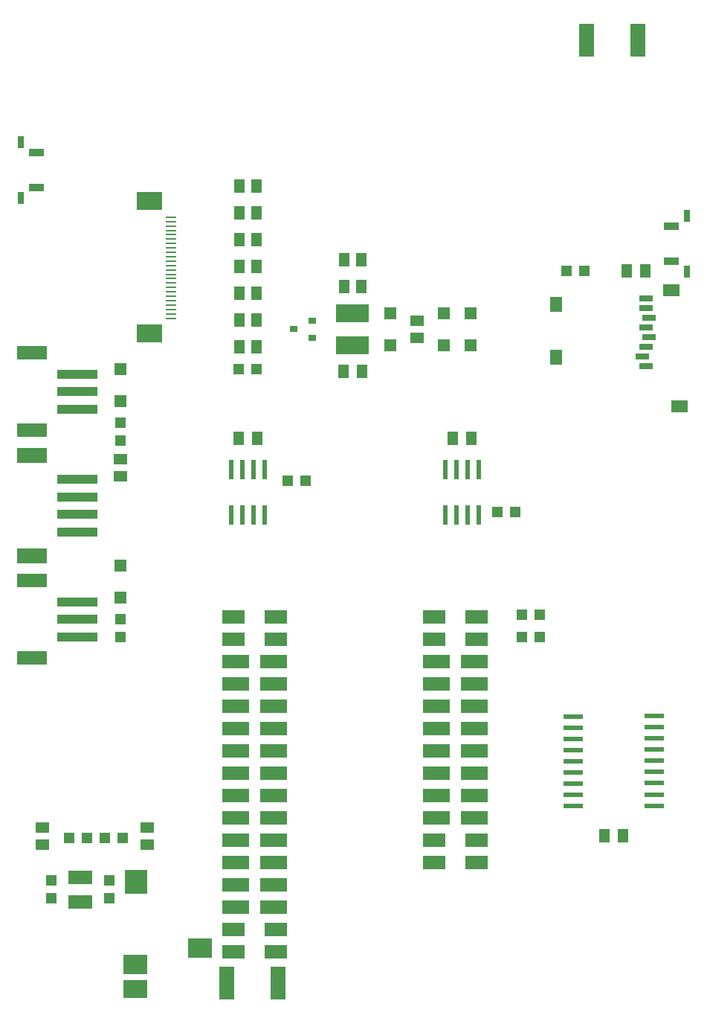
<source format=gbr>
G04 EAGLE Gerber RS-274X export*
G75*
%MOMM*%
%FSLAX34Y34*%
%LPD*%
%INSolderpaste Bottom*%
%IPPOS*%
%AMOC8*
5,1,8,0,0,1.08239X$1,22.5*%
G01*
%ADD10R,1.250000X0.275000*%
%ADD11R,3.000000X2.000000*%
%ADD12R,2.540000X1.524000*%
%ADD13R,3.048000X1.524000*%
%ADD14R,1.900000X1.400000*%
%ADD15R,1.400000X1.800000*%
%ADD16R,1.500000X0.700000*%
%ADD17R,1.240000X1.500000*%
%ADD18R,4.600000X1.000000*%
%ADD19R,3.400000X1.700000*%
%ADD20R,1.500000X1.240000*%
%ADD21R,3.400000X1.600000*%
%ADD22R,1.300000X1.200000*%
%ADD23R,1.400000X1.400000*%
%ADD24R,2.700000X1.600000*%
%ADD25R,1.200000X1.300000*%
%ADD26R,1.200000X1.500000*%
%ADD27R,0.900000X0.800000*%
%ADD28R,1.778000X0.900000*%
%ADD29R,0.800000X1.450000*%
%ADD30R,1.500000X1.300000*%
%ADD31R,2.200000X0.600000*%
%ADD32R,0.600000X2.200000*%
%ADD33R,2.800000X2.000000*%
%ADD34R,2.600000X2.800000*%
%ADD35R,2.800000X2.200000*%
%ADD36R,1.700000X3.700000*%
%ADD37R,3.700000X2.000000*%


D10*
X176532Y899634D03*
X176532Y894634D03*
X176532Y889634D03*
X176532Y884634D03*
X176532Y879634D03*
X176532Y874634D03*
X176532Y869634D03*
X176532Y864634D03*
X176532Y859634D03*
X176532Y854634D03*
X176532Y849634D03*
X176532Y844634D03*
X176532Y839634D03*
X176532Y834634D03*
X176532Y829634D03*
X176532Y824634D03*
X176532Y819634D03*
X176532Y814634D03*
X176532Y809634D03*
X176532Y804634D03*
X176532Y799634D03*
X176532Y794634D03*
X176532Y789634D03*
X176532Y784634D03*
D11*
X151932Y918134D03*
X151932Y767034D03*
D12*
X295910Y63500D03*
X247650Y63500D03*
X295910Y88900D03*
X247650Y88900D03*
D13*
X293370Y114300D03*
X250190Y114300D03*
X293370Y139700D03*
X250190Y139700D03*
X293370Y165100D03*
X250190Y165100D03*
X293370Y190500D03*
X250190Y190500D03*
X293370Y215900D03*
X250190Y215900D03*
X293370Y241300D03*
X250190Y241300D03*
X293370Y266700D03*
X250190Y266700D03*
X293370Y292100D03*
X250190Y292100D03*
X293370Y317500D03*
X250190Y317500D03*
X293370Y342900D03*
X250190Y342900D03*
X293370Y368300D03*
X250190Y368300D03*
X293370Y393700D03*
X250190Y393700D03*
D12*
X295910Y419100D03*
X247650Y419100D03*
X295910Y444500D03*
X247650Y444500D03*
X476250Y444500D03*
X524510Y444500D03*
X476250Y419100D03*
X524510Y419100D03*
D13*
X478790Y393700D03*
X521970Y393700D03*
X478790Y368300D03*
X521970Y368300D03*
X478790Y342900D03*
X521970Y342900D03*
X478790Y317500D03*
X521970Y317500D03*
X478790Y292100D03*
X521970Y292100D03*
X478790Y266700D03*
X521970Y266700D03*
X478790Y241300D03*
X521970Y241300D03*
X478790Y215900D03*
X521970Y215900D03*
D12*
X476250Y190500D03*
X524510Y190500D03*
X476250Y165100D03*
X524510Y165100D03*
D14*
X746270Y816420D03*
X755270Y684420D03*
D15*
X615270Y800420D03*
X615270Y740420D03*
D16*
X717270Y807420D03*
X717270Y796420D03*
X721270Y785420D03*
X717270Y774420D03*
X721270Y763420D03*
X717270Y752420D03*
X713270Y741420D03*
X717270Y730420D03*
D17*
X273660Y782320D03*
X254660Y782320D03*
X273660Y812800D03*
X254660Y812800D03*
X273660Y751840D03*
X254660Y751840D03*
X273660Y843280D03*
X254660Y843280D03*
X273660Y873760D03*
X254660Y873760D03*
X273660Y904240D03*
X254660Y904240D03*
X273660Y934720D03*
X254660Y934720D03*
D18*
X70020Y601500D03*
X70020Y581500D03*
D19*
X18020Y628500D03*
X18020Y514500D03*
D18*
X70020Y561500D03*
X70020Y541500D03*
D20*
X119380Y605180D03*
X119380Y624180D03*
D18*
X70180Y461960D03*
X70180Y441960D03*
D21*
X18180Y485960D03*
X18180Y397960D03*
D18*
X70180Y421960D03*
D22*
X119380Y421640D03*
X119380Y441960D03*
D23*
X119380Y503640D03*
X119380Y466640D03*
D24*
X73660Y148620D03*
X73660Y120620D03*
D22*
X40640Y124460D03*
X40640Y144780D03*
X106680Y124460D03*
X106680Y144780D03*
D25*
X121920Y193040D03*
X101600Y193040D03*
X81280Y193040D03*
X60960Y193040D03*
D17*
X393040Y820420D03*
X374040Y820420D03*
X393040Y850900D03*
X374040Y850900D03*
D23*
X518160Y790660D03*
X518160Y753660D03*
X487680Y790660D03*
X487680Y753660D03*
D20*
X457200Y762660D03*
X457200Y781660D03*
D23*
X426720Y790660D03*
X426720Y753660D03*
D26*
X394040Y723900D03*
X373040Y723900D03*
D27*
X337660Y781660D03*
X337660Y762660D03*
X316660Y772160D03*
D28*
X22956Y933400D03*
X22956Y973400D03*
D29*
X5416Y921900D03*
X5416Y984900D03*
D25*
X596900Y421640D03*
X576580Y421640D03*
X596900Y447040D03*
X576580Y447040D03*
D30*
X30480Y205080D03*
X30480Y186080D03*
X149860Y186080D03*
X149860Y205080D03*
D18*
X70180Y721040D03*
X70180Y701040D03*
D21*
X18180Y745040D03*
X18180Y657040D03*
D18*
X70180Y681040D03*
D22*
X119380Y645160D03*
X119380Y665480D03*
D23*
X119380Y727160D03*
X119380Y690160D03*
D31*
X634720Y242570D03*
X726720Y293970D03*
X634720Y229870D03*
X634720Y255270D03*
X634720Y267970D03*
X726720Y281270D03*
X726720Y306670D03*
X726720Y319370D03*
X634720Y293370D03*
X634720Y280670D03*
X634720Y306070D03*
X634720Y318770D03*
X726720Y268570D03*
X726720Y255870D03*
X726720Y242870D03*
X726720Y229870D03*
X634720Y331470D03*
X726720Y332070D03*
D32*
X270510Y560740D03*
X270510Y612740D03*
X283210Y560740D03*
X257810Y560740D03*
X245110Y560740D03*
X283210Y612740D03*
X257810Y612740D03*
X245110Y612740D03*
D26*
X274660Y647700D03*
X253660Y647700D03*
X716620Y838200D03*
X695620Y838200D03*
X691220Y195580D03*
X670220Y195580D03*
D32*
X527050Y560740D03*
X514350Y560740D03*
X501650Y560740D03*
X488950Y560740D03*
X488950Y612740D03*
X501650Y612740D03*
X514350Y612740D03*
X527050Y612740D03*
D26*
X518500Y647700D03*
X497500Y647700D03*
D28*
X746664Y889558D03*
X746664Y849558D03*
D29*
X764204Y901058D03*
X764204Y838058D03*
D33*
X135720Y21210D03*
D34*
X136720Y143210D03*
D35*
X209720Y68210D03*
X135720Y49210D03*
D36*
X298740Y27940D03*
X239740Y27940D03*
X649442Y1100582D03*
X708442Y1100582D03*
D37*
X383540Y790160D03*
X383540Y754160D03*
D25*
X568960Y563880D03*
X548640Y563880D03*
X647700Y838200D03*
X627380Y838200D03*
X309880Y599440D03*
X330200Y599440D03*
X274320Y726440D03*
X254000Y726440D03*
M02*

</source>
